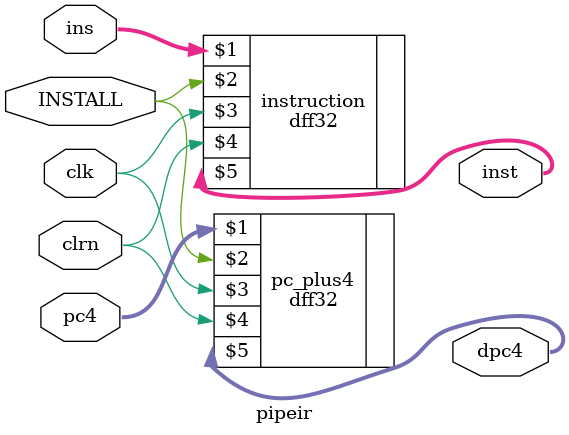
<source format=v>
`timescale 1ns / 1ps
module pipeir(pc4,ins,INSTALL,clk,clrn,dpc4,inst
    );
	 input [31:0] pc4,ins;
	 input clk,clrn,INSTALL;
	 output [31:0] dpc4,inst;
	 dff32 pc_plus4 (pc4,INSTALL,clk,clrn,dpc4);
	 dff32 instruction (ins,INSTALL,clk,clrn,inst);
endmodule

</source>
